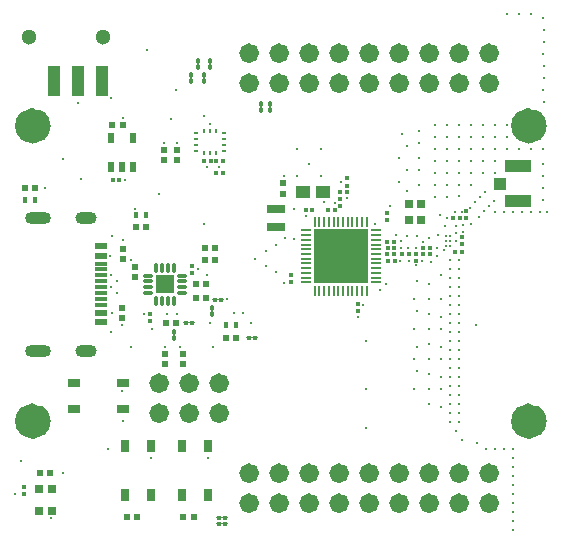
<source format=gbr>
%TF.GenerationSoftware,Altium Limited,Altium Designer Develop,26.0.0 (27)*%
G04 Layer_Color=8388736*
%FSLAX45Y45*%
%MOMM*%
%TF.SameCoordinates,D5E2BA32-6F81-40A5-AA13-F30F529DFF44*%
%TF.FilePolarity,Negative*%
%TF.FileFunction,Soldermask,Top*%
%TF.Part,Single*%
G01*
G75*
%TA.AperFunction,SMDPad,CuDef*%
%ADD12R,2.20000X1.05000*%
%TA.AperFunction,BGAPad,CuDef*%
%ADD14R,0.25000X0.25000*%
%TA.AperFunction,SMDPad,CuDef*%
%ADD15R,0.70000X0.75000*%
G04:AMPARAMS|DCode=17|XSize=0.22mm|YSize=0.81mm|CornerRadius=0.0275mm|HoleSize=0mm|Usage=FLASHONLY|Rotation=0.000|XOffset=0mm|YOffset=0mm|HoleType=Round|Shape=RoundedRectangle|*
%AMROUNDEDRECTD17*
21,1,0.22000,0.75500,0,0,0.0*
21,1,0.16500,0.81000,0,0,0.0*
1,1,0.05500,0.08250,-0.37750*
1,1,0.05500,-0.08250,-0.37750*
1,1,0.05500,-0.08250,0.37750*
1,1,0.05500,0.08250,0.37750*
%
%ADD17ROUNDEDRECTD17*%
%ADD18R,0.25000X0.45000*%
%ADD19R,0.50000X0.50000*%
%ADD20R,0.60000X0.90000*%
%ADD21R,0.50000X0.50000*%
%ADD22R,0.60000X0.55000*%
G04:AMPARAMS|DCode=23|XSize=0.81mm|YSize=0.22mm|CornerRadius=0.0275mm|HoleSize=0mm|Usage=FLASHONLY|Rotation=0.000|XOffset=0mm|YOffset=0mm|HoleType=Round|Shape=RoundedRectangle|*
%AMROUNDEDRECTD23*
21,1,0.81000,0.16500,0,0,0.0*
21,1,0.75500,0.22000,0,0,0.0*
1,1,0.05500,0.37750,-0.08250*
1,1,0.05500,-0.37750,-0.08250*
1,1,0.05500,-0.37750,0.08250*
1,1,0.05500,0.37750,0.08250*
%
%ADD23ROUNDEDRECTD23*%
%ADD24R,4.60000X4.60000*%
%ADD25R,1.65000X1.65000*%
%ADD26R,0.40000X0.60000*%
%ADD27R,0.55000X0.60000*%
%TA.AperFunction,ConnectorPad*%
%ADD28R,1.10000X0.60000*%
%TA.AperFunction,SMDPad,CuDef*%
%ADD29R,0.65000X1.05000*%
%ADD30R,0.70000X0.70000*%
%ADD32R,0.30000X0.30000*%
%ADD33R,1.05000X1.00000*%
%ADD34R,1.50000X0.80000*%
%ADD36O,0.30000X0.85000*%
%ADD37O,0.85000X0.30000*%
%TA.AperFunction,ConnectorPad*%
%ADD38R,1.10000X0.30000*%
%TA.AperFunction,SMDPad,CuDef*%
%ADD40R,1.05000X0.65000*%
%TA.AperFunction,ConnectorPad*%
%ADD41R,1.00000X2.50000*%
%TA.AperFunction,SMDPad,CuDef*%
%ADD42R,0.30000X0.30000*%
%ADD43R,0.45000X0.25000*%
%ADD44R,1.20606X1.05822*%
%TA.AperFunction,ComponentPad*%
%ADD55C,1.30000*%
G04:AMPARAMS|DCode=56|XSize=1mm|YSize=1.8mm|CornerRadius=0.5mm|HoleSize=0mm|Usage=FLASHONLY|Rotation=270.000|XOffset=0mm|YOffset=0mm|HoleType=Round|Shape=RoundedRectangle|*
%AMROUNDEDRECTD56*
21,1,1.00000,0.80000,0,0,270.0*
21,1,0.00000,1.80000,0,0,270.0*
1,1,1.00000,-0.40000,0.00000*
1,1,1.00000,-0.40000,0.00000*
1,1,1.00000,0.40000,0.00000*
1,1,1.00000,0.40000,0.00000*
%
%ADD56ROUNDEDRECTD56*%
G04:AMPARAMS|DCode=57|XSize=1mm|YSize=2.2mm|CornerRadius=0.5mm|HoleSize=0mm|Usage=FLASHONLY|Rotation=270.000|XOffset=0mm|YOffset=0mm|HoleType=Round|Shape=RoundedRectangle|*
%AMROUNDEDRECTD57*
21,1,1.00000,1.20000,0,0,270.0*
21,1,0.00000,2.20000,0,0,270.0*
1,1,1.00000,-0.60000,0.00000*
1,1,1.00000,-0.60000,0.00000*
1,1,1.00000,0.60000,0.00000*
1,1,1.00000,0.60000,0.00000*
%
%ADD57ROUNDEDRECTD57*%
%TA.AperFunction,NonConductor*%
%ADD75C,1.50000*%
%ADD76C,0.85000*%
%TA.AperFunction,SMDPad,CuDef*%
%ADD77R,0.40000X0.37000*%
%ADD78R,0.37000X0.40000*%
G04:AMPARAMS|DCode=79|XSize=0.3556mm|YSize=0.4572mm|CornerRadius=0.1143mm|HoleSize=0mm|Usage=FLASHONLY|Rotation=270.000|XOffset=0mm|YOffset=0mm|HoleType=Round|Shape=RoundedRectangle|*
%AMROUNDEDRECTD79*
21,1,0.35560,0.22860,0,0,270.0*
21,1,0.12700,0.45720,0,0,270.0*
1,1,0.22860,-0.11430,-0.06350*
1,1,0.22860,-0.11430,0.06350*
1,1,0.22860,0.11430,0.06350*
1,1,0.22860,0.11430,-0.06350*
%
%ADD79ROUNDEDRECTD79*%
G04:AMPARAMS|DCode=80|XSize=0.3556mm|YSize=0.4572mm|CornerRadius=0.1143mm|HoleSize=0mm|Usage=FLASHONLY|Rotation=180.000|XOffset=0mm|YOffset=0mm|HoleType=Round|Shape=RoundedRectangle|*
%AMROUNDEDRECTD80*
21,1,0.35560,0.22860,0,0,180.0*
21,1,0.12700,0.45720,0,0,180.0*
1,1,0.22860,-0.06350,0.11430*
1,1,0.22860,0.06350,0.11430*
1,1,0.22860,0.06350,-0.11430*
1,1,0.22860,-0.06350,-0.11430*
%
%ADD80ROUNDEDRECTD80*%
%TA.AperFunction,ComponentPad*%
%ADD81C,0.30000*%
%TA.AperFunction,ViaPad*%
%ADD82C,0.30000*%
D12*
X4309267Y3158053D02*
D03*
Y2863053D02*
D03*
D14*
X3734612Y2526304D02*
D03*
Y2566304D02*
D03*
Y2486304D02*
D03*
X3694612Y2566304D02*
D03*
Y2526304D02*
D03*
Y2486304D02*
D03*
D15*
X3484283Y2839027D02*
D03*
X3384283Y2704027D02*
D03*
Y2839027D02*
D03*
X3484283Y2704027D02*
D03*
D17*
X2746700Y2689545D02*
D03*
X2986700D02*
D03*
X3026700D02*
D03*
X2786700D02*
D03*
X2586700D02*
D03*
X2626700D02*
D03*
X2666700D02*
D03*
X2706700D02*
D03*
X2826700D02*
D03*
X2866700D02*
D03*
X2906700D02*
D03*
X2946700D02*
D03*
X3026700Y2099545D02*
D03*
X2986700D02*
D03*
X2946700D02*
D03*
X2906700D02*
D03*
X2866700D02*
D03*
X2826700D02*
D03*
X2786700D02*
D03*
X2746700D02*
D03*
X2706700D02*
D03*
X2666700D02*
D03*
X2626700D02*
D03*
X2586700D02*
D03*
D18*
X1751800Y3273000D02*
D03*
X1701800D02*
D03*
X1651800Y3458000D02*
D03*
X1701800D02*
D03*
X1751800D02*
D03*
X1651800Y3273000D02*
D03*
D19*
X962828Y3511020D02*
D03*
X872828D02*
D03*
D20*
X953294Y3147840D02*
D03*
X858294Y3397840D02*
D03*
Y3147840D02*
D03*
X1048294D02*
D03*
Y3397840D02*
D03*
D21*
X2321560Y3016800D02*
D03*
Y2926800D02*
D03*
D22*
X220300Y2976880D02*
D03*
X1837100Y1701800D02*
D03*
X1922100D02*
D03*
X1583100Y2159000D02*
D03*
X1668100D02*
D03*
Y2038520D02*
D03*
X1583100D02*
D03*
X1744300Y2362200D02*
D03*
X1659300D02*
D03*
X1744300Y2463800D02*
D03*
X1659300D02*
D03*
X1160100Y2641600D02*
D03*
X1329100Y1828800D02*
D03*
X1075100Y2641600D02*
D03*
X135300Y2976880D02*
D03*
X1414100Y1828800D02*
D03*
X347300Y558800D02*
D03*
X262300D02*
D03*
X1475836Y192320D02*
D03*
X1560836D02*
D03*
X1082202D02*
D03*
X997202D02*
D03*
D23*
X3101700Y2454545D02*
D03*
Y2494545D02*
D03*
X2511700Y2214545D02*
D03*
Y2454545D02*
D03*
Y2174545D02*
D03*
X3101700Y2614545D02*
D03*
Y2574545D02*
D03*
Y2534545D02*
D03*
Y2414545D02*
D03*
Y2374545D02*
D03*
Y2334545D02*
D03*
Y2294545D02*
D03*
Y2254545D02*
D03*
Y2214545D02*
D03*
Y2174545D02*
D03*
X2511700Y2254545D02*
D03*
Y2294545D02*
D03*
Y2334545D02*
D03*
Y2374545D02*
D03*
Y2414545D02*
D03*
Y2494545D02*
D03*
Y2534545D02*
D03*
Y2574545D02*
D03*
Y2614545D02*
D03*
D24*
X2806700Y2394545D02*
D03*
D25*
X1318000Y2157800D02*
D03*
D26*
X1922740Y1811020D02*
D03*
X1832740D02*
D03*
X222800Y2869975D02*
D03*
X1072600Y2748505D02*
D03*
X1162600D02*
D03*
X132800Y2869975D02*
D03*
D27*
X964300Y2460400D02*
D03*
X952500Y1872111D02*
D03*
X1308100Y3208700D02*
D03*
Y3293700D02*
D03*
X1422400D02*
D03*
Y3208700D02*
D03*
X964300Y2375400D02*
D03*
X1067220Y2221082D02*
D03*
Y2306082D02*
D03*
X1473200Y1566500D02*
D03*
X1320800D02*
D03*
X1473200Y1481500D02*
D03*
X1320800D02*
D03*
X952500Y1957111D02*
D03*
D28*
X775000Y2479400D02*
D03*
Y1839400D02*
D03*
Y1919400D02*
D03*
Y2399400D02*
D03*
D29*
X1682300Y791700D02*
D03*
X1199700Y376700D02*
D03*
X1682300D02*
D03*
X1199700Y791700D02*
D03*
X984700Y376700D02*
D03*
Y791700D02*
D03*
X1467300D02*
D03*
Y376700D02*
D03*
D30*
X359800Y238700D02*
D03*
Y421700D02*
D03*
X249800D02*
D03*
Y238700D02*
D03*
D32*
X3834440Y2428240D02*
D03*
X3819682Y2717800D02*
D03*
X3759682D02*
D03*
X3774440Y2428240D02*
D03*
X3560600Y2413000D02*
D03*
X3500600D02*
D03*
X3386115Y2412680D02*
D03*
X3326115D02*
D03*
X3202488Y2412035D02*
D03*
X3262488D02*
D03*
X1808000Y3098800D02*
D03*
X1748000D02*
D03*
D33*
X4156767Y3010553D02*
D03*
D34*
X2260600Y2642800D02*
D03*
Y2792800D02*
D03*
D36*
X1243000Y2015300D02*
D03*
X1293000D02*
D03*
X1343000D02*
D03*
X1393000D02*
D03*
Y2300300D02*
D03*
X1343000D02*
D03*
X1293000D02*
D03*
X1243000D02*
D03*
D37*
X1460500Y2132800D02*
D03*
Y2182800D02*
D03*
Y2232800D02*
D03*
X1175500D02*
D03*
Y2182800D02*
D03*
Y2132800D02*
D03*
Y2082800D02*
D03*
X1460500D02*
D03*
D38*
X775000Y2234400D02*
D03*
Y2134400D02*
D03*
Y1984400D02*
D03*
Y2034400D02*
D03*
Y2284400D02*
D03*
Y2334400D02*
D03*
Y2084400D02*
D03*
Y2184400D02*
D03*
D40*
X550200Y1319900D02*
D03*
X965200D02*
D03*
Y1104900D02*
D03*
X550200D02*
D03*
D41*
X582600Y3881400D02*
D03*
X382600D02*
D03*
X782600D02*
D03*
D42*
X2857500Y2994365D02*
D03*
Y3054365D02*
D03*
D43*
X1584300Y3290500D02*
D03*
X1819300Y3440500D02*
D03*
Y3390500D02*
D03*
Y3340500D02*
D03*
Y3290500D02*
D03*
X1584300Y3340500D02*
D03*
Y3390500D02*
D03*
Y3440500D02*
D03*
D44*
X2491875Y2941349D02*
D03*
X2657092D02*
D03*
D55*
X797600Y4256400D02*
D03*
X167600D02*
D03*
D56*
X647000Y2721400D02*
D03*
Y1597400D02*
D03*
D57*
X247000Y2721400D02*
D03*
Y1597400D02*
D03*
D75*
X4475000Y1000000D02*
G03*
X4475000Y1000000I-75000J0D01*
G01*
X275000Y3500000D02*
G03*
X275000Y3500000I-75000J0D01*
G01*
Y1000000D02*
G03*
X275000Y1000000I-75000J0D01*
G01*
X4475000Y3500000D02*
G03*
X4475000Y3500000I-75000J0D01*
G01*
D76*
X4106500Y4114800D02*
G03*
X4106500Y4114800I-42500J0D01*
G01*
X3852500D02*
G03*
X3852500Y4114800I-42500J0D01*
G01*
X2836500Y3860800D02*
G03*
X2836500Y3860800I-42500J0D01*
G01*
X3344500Y558800D02*
G03*
X3344500Y558800I-42500J0D01*
G01*
X1566500Y1066800D02*
G03*
X1566500Y1066800I-42500J0D01*
G01*
X3598500Y4114800D02*
G03*
X3598500Y4114800I-42500J0D01*
G01*
Y3860800D02*
G03*
X3598500Y3860800I-42500J0D01*
G01*
X1820500Y1320800D02*
G03*
X1820500Y1320800I-42500J0D01*
G01*
X4106500Y558800D02*
G03*
X4106500Y558800I-42500J0D01*
G01*
X2074500Y304800D02*
G03*
X2074500Y304800I-42500J0D01*
G01*
X2582500Y4114800D02*
G03*
X2582500Y4114800I-42500J0D01*
G01*
X2074500Y558800D02*
G03*
X2074500Y558800I-42500J0D01*
G01*
X2328500Y304800D02*
G03*
X2328500Y304800I-42500J0D01*
G01*
Y558800D02*
G03*
X2328500Y558800I-42500J0D01*
G01*
X2582500Y304800D02*
G03*
X2582500Y304800I-42500J0D01*
G01*
Y558800D02*
G03*
X2582500Y558800I-42500J0D01*
G01*
X2836500Y304800D02*
G03*
X2836500Y304800I-42500J0D01*
G01*
Y558800D02*
G03*
X2836500Y558800I-42500J0D01*
G01*
X3598500Y304800D02*
G03*
X3598500Y304800I-42500J0D01*
G01*
X3090500D02*
G03*
X3090500Y304800I-42500J0D01*
G01*
X3598500Y558800D02*
G03*
X3598500Y558800I-42500J0D01*
G01*
X3344500Y3860800D02*
G03*
X3344500Y3860800I-42500J0D01*
G01*
X3090500Y558800D02*
G03*
X3090500Y558800I-42500J0D01*
G01*
X3852500Y304800D02*
G03*
X3852500Y304800I-42500J0D01*
G01*
X3344500D02*
G03*
X3344500Y304800I-42500J0D01*
G01*
X3852500Y558800D02*
G03*
X3852500Y558800I-42500J0D01*
G01*
X4106500Y304800D02*
G03*
X4106500Y304800I-42500J0D01*
G01*
X2836500Y4114800D02*
G03*
X2836500Y4114800I-42500J0D01*
G01*
X2582500Y3860800D02*
G03*
X2582500Y3860800I-42500J0D01*
G01*
X2328500D02*
G03*
X2328500Y3860800I-42500J0D01*
G01*
Y4114800D02*
G03*
X2328500Y4114800I-42500J0D01*
G01*
X2074500D02*
G03*
X2074500Y4114800I-42500J0D01*
G01*
X3344500D02*
G03*
X3344500Y4114800I-42500J0D01*
G01*
X3090500Y3860800D02*
G03*
X3090500Y3860800I-42500J0D01*
G01*
Y4114800D02*
G03*
X3090500Y4114800I-42500J0D01*
G01*
X2074500Y3860800D02*
G03*
X2074500Y3860800I-42500J0D01*
G01*
X3852500D02*
G03*
X3852500Y3860800I-42500J0D01*
G01*
X4106500D02*
G03*
X4106500Y3860800I-42500J0D01*
G01*
X1566500Y1320800D02*
G03*
X1566500Y1320800I-42500J0D01*
G01*
X1820500Y1066800D02*
G03*
X1820500Y1066800I-42500J0D01*
G01*
X1312500Y1320800D02*
G03*
X1312500Y1320800I-42500J0D01*
G01*
Y1066800D02*
G03*
X1312500Y1066800I-42500J0D01*
G01*
D77*
X3869554Y2776688D02*
D03*
X3835400Y2556360D02*
D03*
X3441700Y2356000D02*
D03*
X2804900Y2879053D02*
D03*
X3196280Y2760669D02*
D03*
X2949867Y1931566D02*
D03*
X2387600Y2181300D02*
D03*
X1549400Y2314500D02*
D03*
X1193800Y1851100D02*
D03*
X127000Y381000D02*
D03*
X3835400Y2499360D02*
D03*
X3869554Y2719687D02*
D03*
X3441700Y2413000D02*
D03*
X2387600Y2238300D02*
D03*
X1549400Y2257500D02*
D03*
X1193800Y1908100D02*
D03*
X2804900Y2822053D02*
D03*
X3196280Y2703669D02*
D03*
X2949867Y1988566D02*
D03*
X127000Y438000D02*
D03*
D78*
X3502122Y2467280D02*
D03*
X2800500Y2938780D02*
D03*
X2754984Y2791542D02*
D03*
X1753725Y3198900D02*
D03*
X1704900Y3198895D02*
D03*
X2510324Y2790525D02*
D03*
X932529Y3041504D02*
D03*
X3256692Y2517600D02*
D03*
X3205480Y2466340D02*
D03*
X3266372Y2352280D02*
D03*
X3559122Y2467280D02*
D03*
X3262480Y2466340D02*
D03*
X3199692Y2517600D02*
D03*
X875529Y3041504D02*
D03*
X2857500Y2938780D02*
D03*
X2567324Y2790525D02*
D03*
X2697984Y2791542D02*
D03*
X3209372Y2352280D02*
D03*
X1647900Y3198895D02*
D03*
X1810726Y3198900D02*
D03*
D79*
X2032000Y1701800D02*
D03*
X1796882Y2029154D02*
D03*
X1746082D02*
D03*
X2082800Y1701800D02*
D03*
X1778000Y182882D02*
D03*
X1828800D02*
D03*
X1778000Y127000D02*
D03*
X1828800D02*
D03*
X1498600Y1828800D02*
D03*
X1549400D02*
D03*
D80*
X1714500Y1905000D02*
D03*
Y1955800D02*
D03*
X1540465Y3926840D02*
D03*
Y3876040D02*
D03*
X1701800Y4051300D02*
D03*
Y4000500D02*
D03*
X1651000Y3926840D02*
D03*
Y3876040D02*
D03*
X2133600Y3683000D02*
D03*
Y3632200D02*
D03*
X1600200Y4000500D02*
D03*
Y4051300D02*
D03*
X2209800Y3683000D02*
D03*
Y3632200D02*
D03*
X1397000Y1701800D02*
D03*
Y1752600D02*
D03*
D81*
X3950847Y1814200D02*
D03*
D82*
X4419600Y4445000D02*
D03*
X4318000D02*
D03*
X4216400D02*
D03*
X4526377Y3705315D02*
D03*
X4522760Y3807184D02*
D03*
X4526377Y3908515D02*
D03*
Y4010115D02*
D03*
X4522760Y4111984D02*
D03*
X4526377Y4213315D02*
D03*
Y4314915D02*
D03*
X4522760Y4416784D02*
D03*
X4554220Y2768600D02*
D03*
X4521200Y2870200D02*
D03*
Y3073400D02*
D03*
X4517583Y3175269D02*
D03*
X4521200Y2971800D02*
D03*
X458501Y3220903D02*
D03*
X1168400Y4140200D02*
D03*
X1411001Y3806373D02*
D03*
X4216400Y3403600D02*
D03*
X4212783Y3505469D02*
D03*
X4318000Y3302000D02*
D03*
X4216400D02*
D03*
X4114800Y3403600D02*
D03*
Y3505200D02*
D03*
Y3302000D02*
D03*
X4521200D02*
D03*
X4419600D02*
D03*
X4114800Y3200400D02*
D03*
X4013200Y3098800D02*
D03*
X4114800D02*
D03*
X4013200Y3505200D02*
D03*
X3911600Y3403600D02*
D03*
X3810000Y3505200D02*
D03*
X3911600D02*
D03*
X4013200Y3302000D02*
D03*
Y3403600D02*
D03*
Y3200400D02*
D03*
X3911600D02*
D03*
Y3302000D02*
D03*
Y3098800D02*
D03*
X4109166Y2865842D02*
D03*
X4064264Y2820941D02*
D03*
X4032446Y2942562D02*
D03*
X4019363Y2776039D02*
D03*
X4419077Y2768305D02*
D03*
X4342877D02*
D03*
X4495277D02*
D03*
X4190477D02*
D03*
X4114277D02*
D03*
X4266677D02*
D03*
X3987544Y2897661D02*
D03*
X3911600Y2997200D02*
D03*
X3942643Y2852759D02*
D03*
X3897742Y2807858D02*
D03*
X3835400Y2770500D02*
D03*
X3974462Y2731138D02*
D03*
X3911600Y2667000D02*
D03*
X3843020Y2664460D02*
D03*
X3840480Y2600960D02*
D03*
X3810000Y3302000D02*
D03*
Y3403600D02*
D03*
Y3200400D02*
D03*
X3708400D02*
D03*
Y3403600D02*
D03*
Y3505200D02*
D03*
Y3302000D02*
D03*
X3810000Y3098800D02*
D03*
X3708400Y2997200D02*
D03*
X3810000D02*
D03*
X3708400Y3098800D02*
D03*
X3606800D02*
D03*
Y2997200D02*
D03*
Y3403600D02*
D03*
Y3505200D02*
D03*
Y3302000D02*
D03*
X3470000Y3352800D02*
D03*
Y3454400D02*
D03*
Y3225800D02*
D03*
X3606800Y3200400D02*
D03*
X3470000Y2997200D02*
D03*
Y3124200D02*
D03*
X3809760Y2906000D02*
D03*
X3771900Y2768600D02*
D03*
X3784600Y2654300D02*
D03*
X3708400Y2895600D02*
D03*
X3704625Y2720100D02*
D03*
X3687720Y2654300D02*
D03*
X3784600Y2527300D02*
D03*
Y2590800D02*
D03*
X3627230Y2573130D02*
D03*
X3606800Y2895600D02*
D03*
X3454400Y2565400D02*
D03*
X3556000Y2552700D02*
D03*
X3365500Y2565400D02*
D03*
X3810000Y1828800D02*
D03*
Y1905000D02*
D03*
Y1752600D02*
D03*
Y2057400D02*
D03*
Y2133600D02*
D03*
Y1981200D02*
D03*
Y1371600D02*
D03*
Y1447800D02*
D03*
Y1295400D02*
D03*
Y1600200D02*
D03*
Y1676400D02*
D03*
Y1524000D02*
D03*
Y2286000D02*
D03*
Y2362200D02*
D03*
Y2209800D02*
D03*
X3733800Y1981200D02*
D03*
Y1905000D02*
D03*
Y1371600D02*
D03*
Y1524000D02*
D03*
Y1295400D02*
D03*
Y1676400D02*
D03*
Y1828800D02*
D03*
Y1600200D02*
D03*
X4267200Y609600D02*
D03*
Y685800D02*
D03*
Y533400D02*
D03*
X4191000Y762000D02*
D03*
X4114800D02*
D03*
X4267200D02*
D03*
Y152400D02*
D03*
Y228600D02*
D03*
Y76200D02*
D03*
Y381000D02*
D03*
Y457200D02*
D03*
Y304800D02*
D03*
X3810000Y1143000D02*
D03*
Y1219200D02*
D03*
Y1066800D02*
D03*
X3733800Y1143000D02*
D03*
Y1219200D02*
D03*
Y1066800D02*
D03*
X3962400Y812800D02*
D03*
X3835400Y838200D02*
D03*
X4038600Y762000D02*
D03*
X3810000Y990600D02*
D03*
X3733800D02*
D03*
X3784600Y914400D02*
D03*
X3619500Y2400300D02*
D03*
Y2463800D02*
D03*
X3733800Y2362200D02*
D03*
X3568700Y2349500D02*
D03*
X3733800Y2133600D02*
D03*
Y2209800D02*
D03*
Y2057400D02*
D03*
Y2286000D02*
D03*
X3657600Y2235200D02*
D03*
X3556000Y2159000D02*
D03*
X3502660Y2514600D02*
D03*
X3441700Y2463800D02*
D03*
X3378200D02*
D03*
X3495040Y2354580D02*
D03*
X3441700Y2321560D02*
D03*
X3454400Y2184400D02*
D03*
X3385820Y2352040D02*
D03*
X3429000Y2032000D02*
D03*
X3733800Y1752600D02*
D03*
X3657600Y1625600D02*
D03*
Y1524000D02*
D03*
Y1879600D02*
D03*
Y2032000D02*
D03*
Y1778000D02*
D03*
X3733800Y1447800D02*
D03*
X3657600Y1270000D02*
D03*
Y1117600D02*
D03*
Y1371600D02*
D03*
X3556000Y1270000D02*
D03*
Y1143000D02*
D03*
Y1778000D02*
D03*
Y1905000D02*
D03*
Y1651000D02*
D03*
Y2032000D02*
D03*
X3454400Y1930400D02*
D03*
X3429000Y1778000D02*
D03*
X3556000Y1524000D02*
D03*
X3454400Y1422400D02*
D03*
X3556000Y1397000D02*
D03*
X3454400Y1625600D02*
D03*
X3429000Y1524000D02*
D03*
Y1270000D02*
D03*
X3368400Y3326949D02*
D03*
X3327400Y3429000D02*
D03*
X3368400Y2946400D02*
D03*
Y3124200D02*
D03*
X3302000Y3022600D02*
D03*
Y3225800D02*
D03*
X2641600Y3302000D02*
D03*
Y3073400D02*
D03*
X2755900Y2844800D02*
D03*
X3225800Y2819400D02*
D03*
X2971800Y2565400D02*
D03*
X2857500D02*
D03*
X2743200D02*
D03*
X2628900D02*
D03*
X2438400Y3302000D02*
D03*
X2540000Y3175000D02*
D03*
X965994Y3566940D02*
D03*
X1371600Y3556000D02*
D03*
X1676400Y3149600D02*
D03*
X2438400Y3073400D02*
D03*
X2324100D02*
D03*
X1778000Y3149600D02*
D03*
X2509520Y2733040D02*
D03*
X1270000Y2921000D02*
D03*
X1651000Y2667000D02*
D03*
X977354Y3042083D02*
D03*
X870881Y2565400D02*
D03*
X299720Y2976880D02*
D03*
X3314700Y2527300D02*
D03*
Y2463800D02*
D03*
X3312160Y2352040D02*
D03*
X2971800Y2451100D02*
D03*
X2857500D02*
D03*
X2743200D02*
D03*
X2628900D02*
D03*
X2971800Y2222500D02*
D03*
Y2336800D02*
D03*
X3022600Y939800D02*
D03*
Y1270000D02*
D03*
Y1676400D02*
D03*
X2857500Y2336800D02*
D03*
X2743200Y2222500D02*
D03*
X2857500D02*
D03*
X2743200Y2336800D02*
D03*
X2628900D02*
D03*
Y2222500D02*
D03*
X2954243Y1883528D02*
D03*
X2049030Y1829497D02*
D03*
X1600200Y2286000D02*
D03*
X1270000Y2209800D02*
D03*
X1371600D02*
D03*
Y2108200D02*
D03*
X1270000D02*
D03*
X1206500Y1778000D02*
D03*
X964300Y2530072D02*
D03*
X952500Y1816100D02*
D03*
X1682944Y687699D02*
D03*
X1198413Y686158D02*
D03*
X1029100Y1625600D02*
D03*
X864900Y1752600D02*
D03*
X838200Y762000D02*
D03*
X355600Y177800D02*
D03*
X50800Y381000D02*
D03*
X457200Y558800D02*
D03*
X3644900Y2743200D02*
D03*
X3684819Y2447646D02*
D03*
X2997200Y1981200D02*
D03*
X1028700Y2362200D02*
D03*
X1308100Y3352800D02*
D03*
X1422400D02*
D03*
X952500Y1257300D02*
D03*
X910747Y2186244D02*
D03*
X908953Y2083165D02*
D03*
X1727200Y1625600D02*
D03*
X1676400Y2235200D02*
D03*
X1143000Y1905000D02*
D03*
X1447800Y1625600D02*
D03*
X1422400Y1905000D02*
D03*
X1339300D02*
D03*
X1320800Y1625600D02*
D03*
X863600Y2235200D02*
D03*
X864147Y2132945D02*
D03*
X584200Y3695700D02*
D03*
X1066800Y2794000D02*
D03*
X965200Y1003300D02*
D03*
X2856948Y2887601D02*
D03*
X3271520Y2575560D02*
D03*
X1701800Y1828800D02*
D03*
X1905000Y1917700D02*
D03*
X1981200D02*
D03*
X2806700Y3027680D02*
D03*
X2260600Y2489200D02*
D03*
X1651800Y3585229D02*
D03*
X2324100Y2171700D02*
D03*
X2260600Y2260600D02*
D03*
X863600Y3733800D02*
D03*
X3098800Y2667000D02*
D03*
X381000Y3937000D02*
D03*
X2413000Y2794000D02*
D03*
X850900Y2400300D02*
D03*
X3136900Y2108200D02*
D03*
X3187700Y2159000D02*
D03*
X2171700Y2311400D02*
D03*
X1841500Y2032000D02*
D03*
X2171700Y2438400D02*
D03*
X2662654Y2856685D02*
D03*
X2409239Y2540000D02*
D03*
X2336800Y2552700D02*
D03*
X2082977Y2374723D02*
D03*
X101600Y660400D02*
D03*
X609600Y3048000D02*
D03*
X874600Y1919400D02*
D03*
X1700819Y3519849D02*
D03*
%TF.MD5,d14139c01ddfa7f9263da7c28c93ae43*%
M02*

</source>
